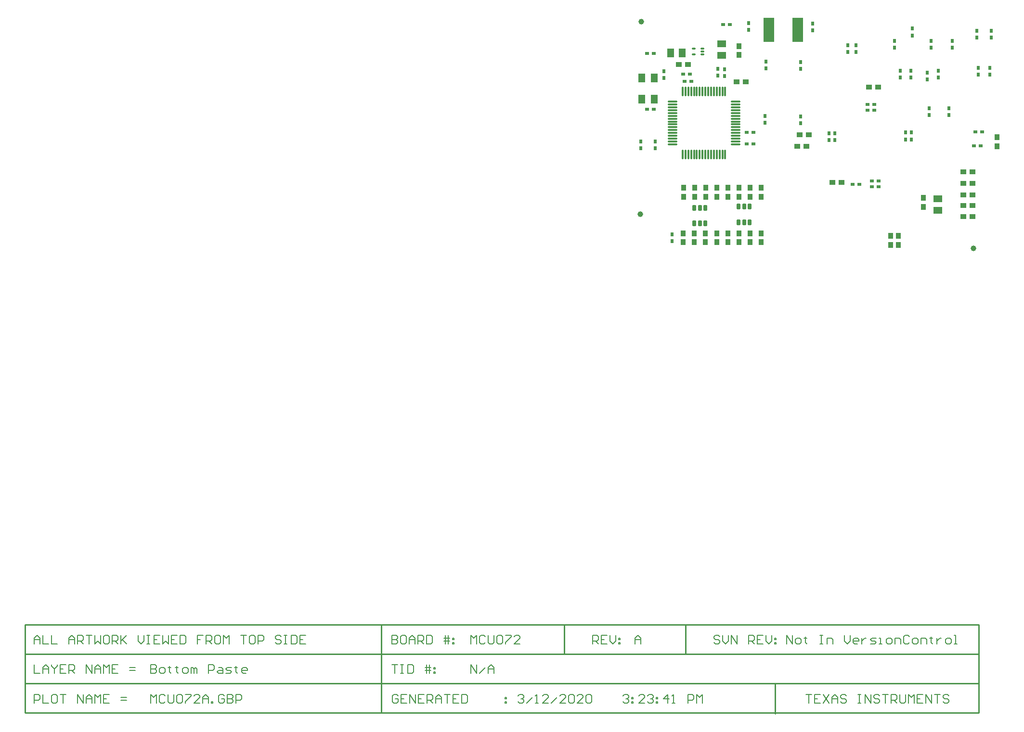
<source format=gbp>
G04*
G04 #@! TF.GenerationSoftware,Altium Limited,Altium Designer,18.1.9 (240)*
G04*
G04 Layer_Color=128*
%FSAX44Y44*%
%MOMM*%
G71*
G01*
G75*
%ADD15C,0.2032*%
%ADD24C,0.2540*%
%ADD25R,0.9500X1.0000*%
%ADD38C,1.0000*%
G04:AMPARAMS|DCode=41|XSize=0.6mm|YSize=1mm|CornerRadius=0.051mm|HoleSize=0mm|Usage=FLASHONLY|Rotation=180.000|XOffset=0mm|YOffset=0mm|HoleType=Round|Shape=RoundedRectangle|*
%AMROUNDEDRECTD41*
21,1,0.6000,0.8980,0,0,180.0*
21,1,0.4980,1.0000,0,0,180.0*
1,1,0.1020,-0.2490,0.4490*
1,1,0.1020,0.2490,0.4490*
1,1,0.1020,0.2490,-0.4490*
1,1,0.1020,-0.2490,-0.4490*
%
%ADD41ROUNDEDRECTD41*%
%ADD43R,1.6002X1.2700*%
%ADD44R,0.6000X0.8000*%
%ADD45R,0.8000X0.6000*%
%ADD46R,1.0000X0.9500*%
%ADD48R,1.2700X1.6002*%
%ADD86O,0.3000X1.8000*%
%ADD87O,1.8000X0.3000*%
G04:AMPARAMS|DCode=88|XSize=0.3mm|YSize=0.67mm|CornerRadius=0.0495mm|HoleSize=0mm|Usage=FLASHONLY|Rotation=90.000|XOffset=0mm|YOffset=0mm|HoleType=Round|Shape=RoundedRectangle|*
%AMROUNDEDRECTD88*
21,1,0.3000,0.5710,0,0,90.0*
21,1,0.2010,0.6700,0,0,90.0*
1,1,0.0990,0.2855,0.1005*
1,1,0.0990,0.2855,-0.1005*
1,1,0.0990,-0.2855,-0.1005*
1,1,0.0990,-0.2855,0.1005*
%
%ADD88ROUNDEDRECTD88*%
%ADD89R,1.8500X4.3600*%
%ADD90R,1.2500X1.6000*%
G54D15*
X00322326Y00186814D02*
Y00171579D01*
X00329944D01*
X00332483Y00174118D01*
Y00176657D01*
X00329944Y00179196D01*
X00322326D01*
X00329944D01*
X00332483Y00181735D01*
Y00184275D01*
X00329944Y00186814D01*
X00322326D01*
X00340100Y00171579D02*
X00345179D01*
X00347718Y00174118D01*
Y00179196D01*
X00345179Y00181735D01*
X00340100D01*
X00337561Y00179196D01*
Y00174118D01*
X00340100Y00171579D01*
X00355335Y00184275D02*
Y00181735D01*
X00352796D01*
X00357874D01*
X00355335D01*
Y00174118D01*
X00357874Y00171579D01*
X00368031Y00184275D02*
Y00181735D01*
X00365492D01*
X00370570D01*
X00368031D01*
Y00174118D01*
X00370570Y00171579D01*
X00380727D02*
X00385806D01*
X00388345Y00174118D01*
Y00179196D01*
X00385806Y00181735D01*
X00380727D01*
X00378188Y00179196D01*
Y00174118D01*
X00380727Y00171579D01*
X00393423D02*
Y00181735D01*
X00395962D01*
X00398501Y00179196D01*
Y00171579D01*
Y00179196D01*
X00401040Y00181735D01*
X00403580Y00179196D01*
Y00171579D01*
X00423893D02*
Y00186814D01*
X00431511D01*
X00434050Y00184275D01*
Y00179196D01*
X00431511Y00176657D01*
X00423893D01*
X00441667Y00181735D02*
X00446746D01*
X00449285Y00179196D01*
Y00171579D01*
X00441667D01*
X00439128Y00174118D01*
X00441667Y00176657D01*
X00449285D01*
X00454363Y00171579D02*
X00461981D01*
X00464520Y00174118D01*
X00461981Y00176657D01*
X00456903D01*
X00454363Y00179196D01*
X00456903Y00181735D01*
X00464520D01*
X00472137Y00184275D02*
Y00181735D01*
X00469598D01*
X00474677D01*
X00472137D01*
Y00174118D01*
X00474677Y00171579D01*
X00489912D02*
X00484833D01*
X00482294Y00174118D01*
Y00179196D01*
X00484833Y00181735D01*
X00489912D01*
X00492451Y00179196D01*
Y00176657D01*
X00482294D01*
X01441196Y00223097D02*
Y00238332D01*
X01451353Y00223097D01*
Y00238332D01*
X01458970Y00223097D02*
X01464049D01*
X01466588Y00225636D01*
Y00230714D01*
X01464049Y00233253D01*
X01458970D01*
X01456431Y00230714D01*
Y00225636D01*
X01458970Y00223097D01*
X01474205Y00235793D02*
Y00233253D01*
X01471666D01*
X01476745D01*
X01474205D01*
Y00225636D01*
X01476745Y00223097D01*
X01499597Y00238332D02*
X01504675D01*
X01502136D01*
Y00223097D01*
X01499597D01*
X01504675D01*
X01512293D02*
Y00233253D01*
X01519910D01*
X01522450Y00230714D01*
Y00223097D01*
X01542763Y00238332D02*
Y00228175D01*
X01547841Y00223097D01*
X01552920Y00228175D01*
Y00238332D01*
X01565616Y00223097D02*
X01560537D01*
X01557998Y00225636D01*
Y00230714D01*
X01560537Y00233253D01*
X01565616D01*
X01568155Y00230714D01*
Y00228175D01*
X01557998D01*
X01573233Y00233253D02*
Y00223097D01*
Y00228175D01*
X01575773Y00230714D01*
X01578312Y00233253D01*
X01580851D01*
X01588468Y00223097D02*
X01596086D01*
X01598625Y00225636D01*
X01596086Y00228175D01*
X01591008D01*
X01588468Y00230714D01*
X01591008Y00233253D01*
X01598625D01*
X01603703Y00223097D02*
X01608782D01*
X01606243D01*
Y00233253D01*
X01603703D01*
X01618938Y00223097D02*
X01624017D01*
X01626556Y00225636D01*
Y00230714D01*
X01624017Y00233253D01*
X01618938D01*
X01616399Y00230714D01*
Y00225636D01*
X01618938Y00223097D01*
X01631634D02*
Y00233253D01*
X01639252D01*
X01641791Y00230714D01*
Y00223097D01*
X01657026Y00235793D02*
X01654487Y00238332D01*
X01649409D01*
X01646870Y00235793D01*
Y00225636D01*
X01649409Y00223097D01*
X01654487D01*
X01657026Y00225636D01*
X01664644Y00223097D02*
X01669722D01*
X01672261Y00225636D01*
Y00230714D01*
X01669722Y00233253D01*
X01664644D01*
X01662104Y00230714D01*
Y00225636D01*
X01664644Y00223097D01*
X01677340D02*
Y00233253D01*
X01684957D01*
X01687496Y00230714D01*
Y00223097D01*
X01695114Y00235793D02*
Y00233253D01*
X01692575D01*
X01697653D01*
X01695114D01*
Y00225636D01*
X01697653Y00223097D01*
X01705271Y00233253D02*
Y00223097D01*
Y00228175D01*
X01707810Y00230714D01*
X01710349Y00233253D01*
X01712888D01*
X01723045Y00223097D02*
X01728123D01*
X01730662Y00225636D01*
Y00230714D01*
X01728123Y00233253D01*
X01723045D01*
X01720506Y00230714D01*
Y00225636D01*
X01723045Y00223097D01*
X01735741D02*
X01740819D01*
X01738280D01*
Y00238332D01*
X01735741D01*
X01322829Y00235793D02*
X01320289Y00238332D01*
X01315211D01*
X01312672Y00235793D01*
Y00233253D01*
X01315211Y00230714D01*
X01320289D01*
X01322829Y00228175D01*
Y00225636D01*
X01320289Y00223097D01*
X01315211D01*
X01312672Y00225636D01*
X01327907Y00238332D02*
Y00228175D01*
X01332985Y00223097D01*
X01338064Y00228175D01*
Y00238332D01*
X01343142Y00223097D02*
Y00238332D01*
X01353299Y00223097D01*
Y00238332D01*
X01373612Y00223097D02*
Y00238332D01*
X01381230D01*
X01383769Y00235793D01*
Y00230714D01*
X01381230Y00228175D01*
X01373612D01*
X01378691D02*
X01383769Y00223097D01*
X01399004Y00238332D02*
X01388847D01*
Y00223097D01*
X01399004D01*
X01388847Y00230714D02*
X01393926D01*
X01404082Y00238332D02*
Y00228175D01*
X01409161Y00223097D01*
X01414239Y00228175D01*
Y00238332D01*
X01419317Y00233253D02*
X01421857D01*
Y00230714D01*
X01419317D01*
Y00233253D01*
Y00225636D02*
X01421857D01*
Y00223097D01*
X01419317D01*
Y00225636D01*
X01099820Y00223097D02*
Y00238332D01*
X01107438D01*
X01109977Y00235793D01*
Y00230714D01*
X01107438Y00228175D01*
X01099820D01*
X01104898D02*
X01109977Y00223097D01*
X01125212Y00238332D02*
X01115055D01*
Y00223097D01*
X01125212D01*
X01115055Y00230714D02*
X01120133D01*
X01130290Y00238332D02*
Y00228175D01*
X01135368Y00223097D01*
X01140447Y00228175D01*
Y00238332D01*
X01145525Y00233253D02*
X01148064D01*
Y00230714D01*
X01145525D01*
Y00233253D01*
Y00225636D02*
X01148064D01*
Y00223097D01*
X01145525D01*
Y00225636D01*
X00322326Y00119295D02*
Y00134530D01*
X00327404Y00129452D01*
X00332483Y00134530D01*
Y00119295D01*
X00347718Y00131991D02*
X00345179Y00134530D01*
X00340100D01*
X00337561Y00131991D01*
Y00121834D01*
X00340100Y00119295D01*
X00345179D01*
X00347718Y00121834D01*
X00352796Y00134530D02*
Y00121834D01*
X00355335Y00119295D01*
X00360414D01*
X00362953Y00121834D01*
Y00134530D01*
X00368031Y00131991D02*
X00370570Y00134530D01*
X00375649D01*
X00378188Y00131991D01*
Y00121834D01*
X00375649Y00119295D01*
X00370570D01*
X00368031Y00121834D01*
Y00131991D01*
X00383266Y00134530D02*
X00393423D01*
Y00131991D01*
X00383266Y00121834D01*
Y00119295D01*
X00408658D02*
X00398501D01*
X00408658Y00129452D01*
Y00131991D01*
X00406119Y00134530D01*
X00401040D01*
X00398501Y00131991D01*
X00413736Y00119295D02*
Y00129452D01*
X00418815Y00134530D01*
X00423893Y00129452D01*
Y00119295D01*
Y00126912D01*
X00413736D01*
X00428971Y00119295D02*
Y00121834D01*
X00431511D01*
Y00119295D01*
X00428971D01*
X00451824Y00131991D02*
X00449285Y00134530D01*
X00444207D01*
X00441667Y00131991D01*
Y00121834D01*
X00444207Y00119295D01*
X00449285D01*
X00451824Y00121834D01*
Y00126912D01*
X00446746D01*
X00456903Y00134530D02*
Y00119295D01*
X00464520D01*
X00467059Y00121834D01*
Y00124373D01*
X00464520Y00126912D01*
X00456903D01*
X00464520D01*
X00467059Y00129452D01*
Y00131991D01*
X00464520Y00134530D01*
X00456903D01*
X00472137Y00119295D02*
Y00134530D01*
X00479755D01*
X00482294Y00131991D01*
Y00126912D01*
X00479755Y00124373D01*
X00472137D01*
X00968121Y00131991D02*
X00970660Y00134530D01*
X00975739D01*
X00978278Y00131991D01*
Y00129452D01*
X00975739Y00126912D01*
X00973199D01*
X00975739D01*
X00978278Y00124373D01*
Y00121834D01*
X00975739Y00119295D01*
X00970660D01*
X00968121Y00121834D01*
X00983356Y00119295D02*
X00993513Y00129452D01*
X00998591Y00119295D02*
X01003670D01*
X01001130D01*
Y00134530D01*
X00998591Y00131991D01*
X01021444Y00119295D02*
X01011287D01*
X01021444Y00129452D01*
Y00131991D01*
X01018905Y00134530D01*
X01013826D01*
X01011287Y00131991D01*
X01026522Y00119295D02*
X01036679Y00129452D01*
X01051914Y00119295D02*
X01041757D01*
X01051914Y00129452D01*
Y00131991D01*
X01049375Y00134530D01*
X01044296D01*
X01041757Y00131991D01*
X01056992D02*
X01059531Y00134530D01*
X01064610D01*
X01067149Y00131991D01*
Y00121834D01*
X01064610Y00119295D01*
X01059531D01*
X01056992Y00121834D01*
Y00131991D01*
X01082384Y00119295D02*
X01072227D01*
X01082384Y00129452D01*
Y00131991D01*
X01079845Y00134530D01*
X01074766D01*
X01072227Y00131991D01*
X01087462D02*
X01090002Y00134530D01*
X01095080D01*
X01097619Y00131991D01*
Y00121834D01*
X01095080Y00119295D01*
X01090002D01*
X01087462Y00121834D01*
Y00131991D01*
X00757425D02*
X00754885Y00134530D01*
X00749807D01*
X00747268Y00131991D01*
Y00121834D01*
X00749807Y00119295D01*
X00754885D01*
X00757425Y00121834D01*
Y00126912D01*
X00752346D01*
X00772660Y00134530D02*
X00762503D01*
Y00119295D01*
X00772660D01*
X00762503Y00126912D02*
X00767581D01*
X00777738Y00119295D02*
Y00134530D01*
X00787895Y00119295D01*
Y00134530D01*
X00803130D02*
X00792973D01*
Y00119295D01*
X00803130D01*
X00792973Y00126912D02*
X00798052D01*
X00808208Y00119295D02*
Y00134530D01*
X00815826D01*
X00818365Y00131991D01*
Y00126912D01*
X00815826Y00124373D01*
X00808208D01*
X00813287D02*
X00818365Y00119295D01*
X00823443D02*
Y00129452D01*
X00828522Y00134530D01*
X00833600Y00129452D01*
Y00119295D01*
Y00126912D01*
X00823443D01*
X00838678Y00134530D02*
X00848835D01*
X00843757D01*
Y00119295D01*
X00864070Y00134530D02*
X00853913D01*
Y00119295D01*
X00864070D01*
X00853913Y00126912D02*
X00858992D01*
X00869149Y00134530D02*
Y00119295D01*
X00876766D01*
X00879305Y00121834D01*
Y00131991D01*
X00876766Y00134530D01*
X00869149D01*
X00945324Y00129452D02*
X00947863D01*
Y00126912D01*
X00945324D01*
Y00129452D01*
Y00121834D02*
X00947863D01*
Y00119295D01*
X00945324D01*
Y00121834D01*
X00117729Y00223097D02*
Y00233253D01*
X00122807Y00238332D01*
X00127886Y00233253D01*
Y00223097D01*
Y00230714D01*
X00117729D01*
X00132964Y00238332D02*
Y00223097D01*
X00143121D01*
X00148199Y00238332D02*
Y00223097D01*
X00158356D01*
X00178669D02*
Y00233253D01*
X00183748Y00238332D01*
X00188826Y00233253D01*
Y00223097D01*
Y00230714D01*
X00178669D01*
X00193904Y00223097D02*
Y00238332D01*
X00201522D01*
X00204061Y00235793D01*
Y00230714D01*
X00201522Y00228175D01*
X00193904D01*
X00198983D02*
X00204061Y00223097D01*
X00209139Y00238332D02*
X00219296D01*
X00214218D01*
Y00223097D01*
X00224375Y00238332D02*
Y00223097D01*
X00229453Y00228175D01*
X00234531Y00223097D01*
Y00238332D01*
X00247227D02*
X00242149D01*
X00239610Y00235793D01*
Y00225636D01*
X00242149Y00223097D01*
X00247227D01*
X00249766Y00225636D01*
Y00235793D01*
X00247227Y00238332D01*
X00254845Y00223097D02*
Y00238332D01*
X00262462D01*
X00265001Y00235793D01*
Y00230714D01*
X00262462Y00228175D01*
X00254845D01*
X00259923D02*
X00265001Y00223097D01*
X00270080Y00238332D02*
Y00223097D01*
Y00228175D01*
X00280236Y00238332D01*
X00272619Y00230714D01*
X00280236Y00223097D01*
X00300550Y00238332D02*
Y00228175D01*
X00305628Y00223097D01*
X00310707Y00228175D01*
Y00238332D01*
X00315785D02*
X00320863D01*
X00318324D01*
Y00223097D01*
X00315785D01*
X00320863D01*
X00338638Y00238332D02*
X00328481D01*
Y00223097D01*
X00338638D01*
X00328481Y00230714D02*
X00333559D01*
X00343716Y00238332D02*
Y00223097D01*
X00348794Y00228175D01*
X00353873Y00223097D01*
Y00238332D01*
X00369108D02*
X00358951D01*
Y00223097D01*
X00369108D01*
X00358951Y00230714D02*
X00364029D01*
X00374186Y00238332D02*
Y00223097D01*
X00381804D01*
X00384343Y00225636D01*
Y00235793D01*
X00381804Y00238332D01*
X00374186D01*
X00414813D02*
X00404656D01*
Y00230714D01*
X00409734D01*
X00404656D01*
Y00223097D01*
X00419891D02*
Y00238332D01*
X00427509D01*
X00430048Y00235793D01*
Y00230714D01*
X00427509Y00228175D01*
X00419891D01*
X00424970D02*
X00430048Y00223097D01*
X00442744Y00238332D02*
X00437665D01*
X00435126Y00235793D01*
Y00225636D01*
X00437665Y00223097D01*
X00442744D01*
X00445283Y00225636D01*
Y00235793D01*
X00442744Y00238332D01*
X00450361Y00223097D02*
Y00238332D01*
X00455440Y00233253D01*
X00460518Y00238332D01*
Y00223097D01*
X00480832Y00238332D02*
X00490988D01*
X00485910D01*
Y00223097D01*
X00503684Y00238332D02*
X00498606D01*
X00496067Y00235793D01*
Y00225636D01*
X00498606Y00223097D01*
X00503684D01*
X00506223Y00225636D01*
Y00235793D01*
X00503684Y00238332D01*
X00511302Y00223097D02*
Y00238332D01*
X00518919D01*
X00521458Y00235793D01*
Y00230714D01*
X00518919Y00228175D01*
X00511302D01*
X00551929Y00235793D02*
X00549389Y00238332D01*
X00544311D01*
X00541772Y00235793D01*
Y00233253D01*
X00544311Y00230714D01*
X00549389D01*
X00551929Y00228175D01*
Y00225636D01*
X00549389Y00223097D01*
X00544311D01*
X00541772Y00225636D01*
X00557007Y00238332D02*
X00562085D01*
X00559546D01*
Y00223097D01*
X00557007D01*
X00562085D01*
X00569703Y00238332D02*
Y00223097D01*
X00577320D01*
X00579860Y00225636D01*
Y00235793D01*
X00577320Y00238332D01*
X00569703D01*
X00595095D02*
X00584938D01*
Y00223097D01*
X00595095D01*
X00584938Y00230714D02*
X00590016D01*
X01173861Y00223097D02*
Y00233253D01*
X01178939Y00238332D01*
X01184018Y00233253D01*
Y00223097D01*
Y00230714D01*
X01173861D01*
X00885317Y00223097D02*
Y00238332D01*
X00890395Y00233253D01*
X00895474Y00238332D01*
Y00223097D01*
X00910709Y00235793D02*
X00908170Y00238332D01*
X00903091D01*
X00900552Y00235793D01*
Y00225636D01*
X00903091Y00223097D01*
X00908170D01*
X00910709Y00225636D01*
X00915787Y00238332D02*
Y00225636D01*
X00918326Y00223097D01*
X00923405D01*
X00925944Y00225636D01*
Y00238332D01*
X00931022Y00235793D02*
X00933561Y00238332D01*
X00938640D01*
X00941179Y00235793D01*
Y00225636D01*
X00938640Y00223097D01*
X00933561D01*
X00931022Y00225636D01*
Y00235793D01*
X00946257Y00238332D02*
X00956414D01*
Y00235793D01*
X00946257Y00225636D01*
Y00223097D01*
X00971649D02*
X00961492D01*
X00971649Y00233253D01*
Y00235793D01*
X00969110Y00238332D01*
X00964032D01*
X00961492Y00235793D01*
X00746760Y00238332D02*
Y00223097D01*
X00754378D01*
X00756917Y00225636D01*
Y00228175D01*
X00754378Y00230714D01*
X00746760D01*
X00754378D01*
X00756917Y00233253D01*
Y00235793D01*
X00754378Y00238332D01*
X00746760D01*
X00769613D02*
X00764534D01*
X00761995Y00235793D01*
Y00225636D01*
X00764534Y00223097D01*
X00769613D01*
X00772152Y00225636D01*
Y00235793D01*
X00769613Y00238332D01*
X00777230Y00223097D02*
Y00233253D01*
X00782309Y00238332D01*
X00787387Y00233253D01*
Y00223097D01*
Y00230714D01*
X00777230D01*
X00792465Y00223097D02*
Y00238332D01*
X00800083D01*
X00802622Y00235793D01*
Y00230714D01*
X00800083Y00228175D01*
X00792465D01*
X00797544D02*
X00802622Y00223097D01*
X00807700Y00238332D02*
Y00223097D01*
X00815318D01*
X00817857Y00225636D01*
Y00235793D01*
X00815318Y00238332D01*
X00807700D01*
X00840710Y00223097D02*
Y00238332D01*
X00845788D02*
Y00223097D01*
X00838170Y00233253D02*
X00845788D01*
X00848327D01*
X00838170Y00228175D02*
X00848327D01*
X00853406Y00233253D02*
X00855945D01*
Y00230714D01*
X00853406D01*
Y00233253D01*
Y00225636D02*
X00855945D01*
Y00223097D01*
X00853406D01*
Y00225636D01*
X00117729Y00186814D02*
Y00171579D01*
X00127886D01*
X00132964D02*
Y00181735D01*
X00138042Y00186814D01*
X00143121Y00181735D01*
Y00171579D01*
Y00179196D01*
X00132964D01*
X00148199Y00186814D02*
Y00184275D01*
X00153278Y00179196D01*
X00158356Y00184275D01*
Y00186814D01*
X00153278Y00179196D02*
Y00171579D01*
X00173591Y00186814D02*
X00163434D01*
Y00171579D01*
X00173591D01*
X00163434Y00179196D02*
X00168513D01*
X00178669Y00171579D02*
Y00186814D01*
X00186287D01*
X00188826Y00184275D01*
Y00179196D01*
X00186287Y00176657D01*
X00178669D01*
X00183748D02*
X00188826Y00171579D01*
X00209139D02*
Y00186814D01*
X00219296Y00171579D01*
Y00186814D01*
X00224375Y00171579D02*
Y00181735D01*
X00229453Y00186814D01*
X00234531Y00181735D01*
Y00171579D01*
Y00179196D01*
X00224375D01*
X00239610Y00171579D02*
Y00186814D01*
X00244688Y00181735D01*
X00249766Y00186814D01*
Y00171579D01*
X00265001Y00186814D02*
X00254845D01*
Y00171579D01*
X00265001D01*
X00254845Y00179196D02*
X00259923D01*
X00285315Y00176657D02*
X00295471D01*
X00285315Y00181735D02*
X00295471D01*
X00117729Y00119295D02*
Y00134530D01*
X00125346D01*
X00127886Y00131991D01*
Y00126912D01*
X00125346Y00124373D01*
X00117729D01*
X00132964Y00134530D02*
Y00119295D01*
X00143121D01*
X00155817Y00134530D02*
X00150738D01*
X00148199Y00131991D01*
Y00121834D01*
X00150738Y00119295D01*
X00155817D01*
X00158356Y00121834D01*
Y00131991D01*
X00155817Y00134530D01*
X00163434D02*
X00173591D01*
X00168513D01*
Y00119295D01*
X00193904D02*
Y00134530D01*
X00204061Y00119295D01*
Y00134530D01*
X00209139Y00119295D02*
Y00129452D01*
X00214218Y00134530D01*
X00219296Y00129452D01*
Y00119295D01*
Y00126912D01*
X00209139D01*
X00224375Y00119295D02*
Y00134530D01*
X00229453Y00129452D01*
X00234531Y00134530D01*
Y00119295D01*
X00249766Y00134530D02*
X00239610D01*
Y00119295D01*
X00249766D01*
X00239610Y00126912D02*
X00244688D01*
X00270080Y00124373D02*
X00280236D01*
X00270080Y00129452D02*
X00280236D01*
X01153287Y00131991D02*
X01155826Y00134530D01*
X01160904D01*
X01163444Y00131991D01*
Y00129452D01*
X01160904Y00126912D01*
X01158365D01*
X01160904D01*
X01163444Y00124373D01*
Y00121834D01*
X01160904Y00119295D01*
X01155826D01*
X01153287Y00121834D01*
X01168522Y00129452D02*
X01171061D01*
Y00126912D01*
X01168522D01*
Y00129452D01*
Y00121834D02*
X01171061D01*
Y00119295D01*
X01168522D01*
Y00121834D01*
X01191375Y00119295D02*
X01181218D01*
X01191375Y00129452D01*
Y00131991D01*
X01188836Y00134530D01*
X01183757D01*
X01181218Y00131991D01*
X01196453D02*
X01198992Y00134530D01*
X01204071D01*
X01206610Y00131991D01*
Y00129452D01*
X01204071Y00126912D01*
X01201531D01*
X01204071D01*
X01206610Y00124373D01*
Y00121834D01*
X01204071Y00119295D01*
X01198992D01*
X01196453Y00121834D01*
X01211688Y00129452D02*
X01214227D01*
Y00126912D01*
X01211688D01*
Y00129452D01*
Y00121834D02*
X01214227D01*
Y00119295D01*
X01211688D01*
Y00121834D01*
X01232001Y00119295D02*
Y00134530D01*
X01224384Y00126912D01*
X01234541D01*
X01239619Y00119295D02*
X01244697D01*
X01242158D01*
Y00134530D01*
X01239619Y00131991D01*
X01267550Y00119295D02*
Y00134530D01*
X01275168D01*
X01277707Y00131991D01*
Y00126912D01*
X01275168Y00124373D01*
X01267550D01*
X01282785Y00119295D02*
Y00134530D01*
X01287863Y00129452D01*
X01292942Y00134530D01*
Y00119295D01*
X01474470Y00134530D02*
X01484627D01*
X01479548D01*
Y00119295D01*
X01499862Y00134530D02*
X01489705D01*
Y00119295D01*
X01499862D01*
X01489705Y00126912D02*
X01494783D01*
X01504940Y00134530D02*
X01515097Y00119295D01*
Y00134530D02*
X01504940Y00119295D01*
X01520175D02*
Y00129452D01*
X01525254Y00134530D01*
X01530332Y00129452D01*
Y00119295D01*
Y00126912D01*
X01520175D01*
X01545567Y00131991D02*
X01543028Y00134530D01*
X01537950D01*
X01535410Y00131991D01*
Y00129452D01*
X01537950Y00126912D01*
X01543028D01*
X01545567Y00124373D01*
Y00121834D01*
X01543028Y00119295D01*
X01537950D01*
X01535410Y00121834D01*
X01565880Y00134530D02*
X01570959D01*
X01568420D01*
Y00119295D01*
X01565880D01*
X01570959D01*
X01578576D02*
Y00134530D01*
X01588733Y00119295D01*
Y00134530D01*
X01603968Y00131991D02*
X01601429Y00134530D01*
X01596351D01*
X01593811Y00131991D01*
Y00129452D01*
X01596351Y00126912D01*
X01601429D01*
X01603968Y00124373D01*
Y00121834D01*
X01601429Y00119295D01*
X01596351D01*
X01593811Y00121834D01*
X01609046Y00134530D02*
X01619203D01*
X01614125D01*
Y00119295D01*
X01624281D02*
Y00134530D01*
X01631899D01*
X01634438Y00131991D01*
Y00126912D01*
X01631899Y00124373D01*
X01624281D01*
X01629360D02*
X01634438Y00119295D01*
X01639517Y00134530D02*
Y00121834D01*
X01642056Y00119295D01*
X01647134D01*
X01649673Y00121834D01*
Y00134530D01*
X01654752Y00119295D02*
Y00134530D01*
X01659830Y00129452D01*
X01664908Y00134530D01*
Y00119295D01*
X01680143Y00134530D02*
X01669987D01*
Y00119295D01*
X01680143D01*
X01669987Y00126912D02*
X01675065D01*
X01685222Y00119295D02*
Y00134530D01*
X01695379Y00119295D01*
Y00134530D01*
X01700457D02*
X01710614D01*
X01705535D01*
Y00119295D01*
X01725849Y00131991D02*
X01723309Y00134530D01*
X01718231D01*
X01715692Y00131991D01*
Y00129452D01*
X01718231Y00126912D01*
X01723309D01*
X01725849Y00124373D01*
Y00121834D01*
X01723309Y00119295D01*
X01718231D01*
X01715692Y00121834D01*
X00746760Y00186685D02*
X00756917D01*
X00751838D01*
Y00171450D01*
X00761995Y00186685D02*
X00767073D01*
X00764534D01*
Y00171450D01*
X00761995D01*
X00767073D01*
X00774691Y00186685D02*
Y00171450D01*
X00782309D01*
X00784848Y00173989D01*
Y00184146D01*
X00782309Y00186685D01*
X00774691D01*
X00807700Y00171450D02*
Y00186685D01*
X00812779D02*
Y00171450D01*
X00805161Y00181607D02*
X00812779D01*
X00815318D01*
X00805161Y00176528D02*
X00815318D01*
X00820396Y00181607D02*
X00822935D01*
Y00179067D01*
X00820396D01*
Y00181607D01*
Y00173989D02*
X00822935D01*
Y00171450D01*
X00820396D01*
Y00173989D01*
X00885317Y00171450D02*
Y00186685D01*
X00895474Y00171450D01*
Y00186685D01*
X00900552Y00171450D02*
X00910709Y00181607D01*
X00915787Y00171450D02*
Y00181607D01*
X00920865Y00186685D01*
X00925944Y00181607D01*
Y00171450D01*
Y00179067D01*
X00915787D01*
G54D24*
X01262888Y00205020D02*
Y00256667D01*
X01049528Y00205020D02*
Y00256667D01*
X00101600Y00205020D02*
X01778508D01*
X00101600Y00153374D02*
X01778000D01*
X00101600Y00101727D02*
X01118870D01*
X00101727Y00256667D02*
X01778508D01*
X00101727Y00101727D02*
Y00256667D01*
Y00101727D02*
X00501904D01*
X00101600D02*
Y00256667D01*
X00727710Y00101727D02*
Y00256667D01*
X01778508Y00101727D02*
Y00256667D01*
X01118870Y00101727D02*
X01778508D01*
X01420876Y00100076D02*
Y00151596D01*
G54D25*
X01810487Y01098262D02*
D03*
Y01114262D02*
D03*
X01396450Y00929666D02*
D03*
Y00945666D02*
D03*
X01395705Y01025422D02*
D03*
Y01009422D02*
D03*
X01337449Y00929666D02*
D03*
Y00945666D02*
D03*
X01317782Y00929666D02*
D03*
Y00945666D02*
D03*
X01258782Y00929666D02*
D03*
Y00945666D02*
D03*
X01337575Y01025422D02*
D03*
Y01009422D02*
D03*
X01318198D02*
D03*
Y01025422D02*
D03*
X01260069Y01009422D02*
D03*
Y01025422D02*
D03*
X01278449Y00945666D02*
D03*
Y00929666D02*
D03*
X01298116D02*
D03*
Y00945666D02*
D03*
X01356951Y01025422D02*
D03*
Y01009422D02*
D03*
X01681734Y01008252D02*
D03*
Y00992252D02*
D03*
X01357488Y01259015D02*
D03*
Y01275015D02*
D03*
X01376328Y01009422D02*
D03*
Y01025422D02*
D03*
X01357116Y00929666D02*
D03*
Y00945666D02*
D03*
X01376783D02*
D03*
Y00929666D02*
D03*
X01279445Y01009422D02*
D03*
Y01025422D02*
D03*
X01298822Y01009422D02*
D03*
Y01025422D02*
D03*
X01623797Y00924840D02*
D03*
Y00940840D02*
D03*
X01637513Y00924840D02*
D03*
Y00940840D02*
D03*
G54D38*
X01185418Y01317752D02*
D03*
X01769593Y00918616D02*
D03*
X01183361Y00978814D02*
D03*
G54D41*
X01375487Y00992310D02*
D03*
X01365987D02*
D03*
X01356487D02*
D03*
Y00964810D02*
D03*
X01365987D02*
D03*
X01375487D02*
D03*
X01278763Y00963032D02*
D03*
X01288263D02*
D03*
X01297763D02*
D03*
Y00990532D02*
D03*
X01288263D02*
D03*
X01278763D02*
D03*
G54D43*
X01707134Y01006602D02*
D03*
Y00986282D02*
D03*
X01326253Y01279116D02*
D03*
Y01258795D02*
D03*
G54D44*
X01732255Y01284026D02*
D03*
Y01272026D02*
D03*
X01465301Y01234592D02*
D03*
Y01246592D02*
D03*
X01800835Y01290060D02*
D03*
Y01302060D02*
D03*
X01777721Y01236528D02*
D03*
Y01224528D02*
D03*
X01239370Y00943578D02*
D03*
Y00931578D02*
D03*
X01660367Y01110736D02*
D03*
Y01122736D02*
D03*
X01515339Y01121720D02*
D03*
Y01109720D02*
D03*
X01525753Y01121720D02*
D03*
Y01109720D02*
D03*
X01649959Y01122736D02*
D03*
Y01110736D02*
D03*
X01225271Y01218432D02*
D03*
Y01230432D02*
D03*
X01373861Y01315268D02*
D03*
Y01303268D02*
D03*
X01486891Y01302252D02*
D03*
Y01314252D02*
D03*
X01725905Y01153154D02*
D03*
Y01165154D02*
D03*
X01404592Y01247612D02*
D03*
Y01235612D02*
D03*
X01691361Y01165154D02*
D03*
Y01153154D02*
D03*
X01465809Y01139438D02*
D03*
Y01151438D02*
D03*
X01402563Y01140200D02*
D03*
Y01152200D02*
D03*
X01662151Y01293616D02*
D03*
Y01305616D02*
D03*
X01659103Y01219702D02*
D03*
Y01231702D02*
D03*
X01687957Y01227918D02*
D03*
Y01215918D02*
D03*
X01798295Y01236528D02*
D03*
Y01224528D02*
D03*
X01184377Y01095242D02*
D03*
Y01107242D02*
D03*
X01209777Y01094734D02*
D03*
Y01106734D02*
D03*
X01319505Y01235004D02*
D03*
Y01223004D02*
D03*
X01548638Y01276254D02*
D03*
Y01264254D02*
D03*
X01562608Y01276254D02*
D03*
Y01264254D02*
D03*
X01331951Y01234242D02*
D03*
Y01222242D02*
D03*
X01630909Y01284026D02*
D03*
Y01272026D02*
D03*
X01707617Y01219448D02*
D03*
Y01231448D02*
D03*
X01640561Y01231702D02*
D03*
Y01219702D02*
D03*
X01775181Y01302060D02*
D03*
Y01290060D02*
D03*
X01695171Y01272026D02*
D03*
Y01284026D02*
D03*
G54D45*
X01770451Y01099659D02*
D03*
X01782451D02*
D03*
X01582999Y01172108D02*
D03*
X01594999D02*
D03*
X01602365Y01037488D02*
D03*
X01590365D02*
D03*
X01195141Y01163472D02*
D03*
X01207141D02*
D03*
X01602365Y01027074D02*
D03*
X01590365D02*
D03*
X01270690Y01225662D02*
D03*
X01258690D02*
D03*
X01594999Y01161694D02*
D03*
X01582999D02*
D03*
X01569091Y01031900D02*
D03*
X01557091D02*
D03*
X01328864Y01312801D02*
D03*
X01340864D02*
D03*
X01382401Y01122832D02*
D03*
X01370401D02*
D03*
X01382450Y01102472D02*
D03*
X01370450D02*
D03*
X01195395Y01261516D02*
D03*
X01207395D02*
D03*
X01261181Y01212962D02*
D03*
X01273181D02*
D03*
X01784737Y01123858D02*
D03*
X01772737D02*
D03*
G54D46*
X01751433Y00975258D02*
D03*
X01767433D02*
D03*
X01537180Y01034948D02*
D03*
X01521181D02*
D03*
X01751433Y01053744D02*
D03*
X01767433D02*
D03*
X01751433Y01033424D02*
D03*
X01767433D02*
D03*
X01751433Y01013104D02*
D03*
X01767433D02*
D03*
X01751433Y00994054D02*
D03*
X01767433D02*
D03*
X01369161Y01211732D02*
D03*
X01353161D02*
D03*
X01463651Y01119022D02*
D03*
X01479651D02*
D03*
X01459841Y01098702D02*
D03*
X01475841D02*
D03*
X01267610Y01242172D02*
D03*
X01251610D02*
D03*
X01585571Y01202842D02*
D03*
X01601571D02*
D03*
G54D48*
X01236750Y01262492D02*
D03*
X01257070D02*
D03*
G54D86*
X01257930Y01195062D02*
D03*
X01262930D02*
D03*
X01267930D02*
D03*
X01272930D02*
D03*
X01277930D02*
D03*
X01282930D02*
D03*
X01287930D02*
D03*
X01292930D02*
D03*
X01297930D02*
D03*
X01302930D02*
D03*
X01307930D02*
D03*
X01312930D02*
D03*
X01317930D02*
D03*
X01322930D02*
D03*
X01327930D02*
D03*
X01332930D02*
D03*
Y01084062D02*
D03*
X01327930D02*
D03*
X01322930D02*
D03*
X01317930D02*
D03*
X01312930D02*
D03*
X01307930D02*
D03*
X01302930D02*
D03*
X01297930D02*
D03*
X01292930D02*
D03*
X01287930D02*
D03*
X01282930D02*
D03*
X01277930D02*
D03*
X01272930D02*
D03*
X01267930D02*
D03*
X01262930D02*
D03*
X01257930D02*
D03*
G54D87*
X01350930Y01177062D02*
D03*
Y01172062D02*
D03*
Y01167062D02*
D03*
Y01162062D02*
D03*
Y01157062D02*
D03*
Y01152062D02*
D03*
Y01147062D02*
D03*
Y01142062D02*
D03*
Y01137062D02*
D03*
Y01132062D02*
D03*
Y01127062D02*
D03*
Y01122062D02*
D03*
Y01117062D02*
D03*
Y01112062D02*
D03*
Y01107062D02*
D03*
Y01102062D02*
D03*
X01239930D02*
D03*
Y01107062D02*
D03*
Y01112062D02*
D03*
Y01117062D02*
D03*
Y01122062D02*
D03*
Y01127062D02*
D03*
Y01132062D02*
D03*
Y01137062D02*
D03*
Y01142062D02*
D03*
Y01147062D02*
D03*
Y01152062D02*
D03*
Y01157062D02*
D03*
Y01162062D02*
D03*
Y01167062D02*
D03*
Y01172062D02*
D03*
Y01177062D02*
D03*
G54D88*
X01277610Y01270032D02*
D03*
Y01260032D02*
D03*
X01292410D02*
D03*
Y01265032D02*
D03*
Y01270032D02*
D03*
G54D89*
X01409775Y01303680D02*
D03*
X01460375D02*
D03*
G54D90*
X01186380Y01181762D02*
D03*
Y01218762D02*
D03*
X01208380D02*
D03*
Y01181762D02*
D03*
M02*

</source>
